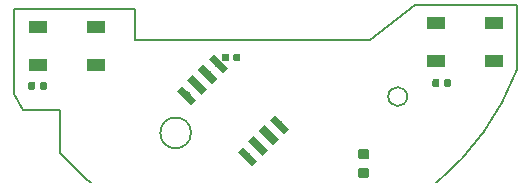
<source format=gbp>
%TF.GenerationSoftware,KiCad,Pcbnew,5.0.1-33cea8e~68~ubuntu18.04.1*%
%TF.CreationDate,2018-12-04T23:45:32+01:00*%
%TF.ProjectId,lightball,6C6967687462616C6C2E6B696361645F,rev?*%
%TF.SameCoordinates,Original*%
%TF.FileFunction,Paste,Bot*%
%TF.FilePolarity,Positive*%
%FSLAX46Y46*%
G04 Gerber Fmt 4.6, Leading zero omitted, Abs format (unit mm)*
G04 Created by KiCad (PCBNEW 5.0.1-33cea8e~68~ubuntu18.04.1) date Di 04 Dez 2018 23:45:32 CET*
%MOMM*%
%LPD*%
G01*
G04 APERTURE LIST*
%ADD10C,0.150000*%
%ADD11C,0.100000*%
%ADD12C,0.590000*%
%ADD13C,0.875000*%
%ADD14R,1.500000X1.000000*%
%ADD15C,0.650000*%
G04 APERTURE END LIST*
D10*
X73975000Y-113550000D02*
X72575000Y-113550000D01*
X73975000Y-117200000D02*
X73975000Y-113550000D01*
X112660414Y-110153935D02*
G75*
G02X73975000Y-117200000I-21460414J8103935D01*
G01*
X112675000Y-104650000D02*
X112663015Y-110154914D01*
X104050000Y-104650000D02*
X112675000Y-104650000D01*
X100250000Y-107650000D02*
X104050000Y-104650000D01*
X80300000Y-107650000D02*
X100250000Y-107650000D01*
X80300000Y-105000000D02*
X80300000Y-107650000D01*
X70050000Y-105000000D02*
X80300000Y-105000000D01*
X70050000Y-112150000D02*
X70050000Y-105000000D01*
X70850000Y-113550000D02*
X70050000Y-112150000D01*
X72575000Y-113550000D02*
X70850000Y-113550000D01*
X103375000Y-112400000D02*
G75*
G03X103375000Y-112400000I-800000J0D01*
G01*
X85075000Y-115475000D02*
G75*
G03X85075000Y-115475000I-1300000J0D01*
G01*
D11*
G36*
X105976958Y-110930710D02*
X105991276Y-110932834D01*
X106005317Y-110936351D01*
X106018946Y-110941228D01*
X106032031Y-110947417D01*
X106044447Y-110954858D01*
X106056073Y-110963481D01*
X106066798Y-110973202D01*
X106076519Y-110983927D01*
X106085142Y-110995553D01*
X106092583Y-111007969D01*
X106098772Y-111021054D01*
X106103649Y-111034683D01*
X106107166Y-111048724D01*
X106109290Y-111063042D01*
X106110000Y-111077500D01*
X106110000Y-111422500D01*
X106109290Y-111436958D01*
X106107166Y-111451276D01*
X106103649Y-111465317D01*
X106098772Y-111478946D01*
X106092583Y-111492031D01*
X106085142Y-111504447D01*
X106076519Y-111516073D01*
X106066798Y-111526798D01*
X106056073Y-111536519D01*
X106044447Y-111545142D01*
X106032031Y-111552583D01*
X106018946Y-111558772D01*
X106005317Y-111563649D01*
X105991276Y-111567166D01*
X105976958Y-111569290D01*
X105962500Y-111570000D01*
X105667500Y-111570000D01*
X105653042Y-111569290D01*
X105638724Y-111567166D01*
X105624683Y-111563649D01*
X105611054Y-111558772D01*
X105597969Y-111552583D01*
X105585553Y-111545142D01*
X105573927Y-111536519D01*
X105563202Y-111526798D01*
X105553481Y-111516073D01*
X105544858Y-111504447D01*
X105537417Y-111492031D01*
X105531228Y-111478946D01*
X105526351Y-111465317D01*
X105522834Y-111451276D01*
X105520710Y-111436958D01*
X105520000Y-111422500D01*
X105520000Y-111077500D01*
X105520710Y-111063042D01*
X105522834Y-111048724D01*
X105526351Y-111034683D01*
X105531228Y-111021054D01*
X105537417Y-111007969D01*
X105544858Y-110995553D01*
X105553481Y-110983927D01*
X105563202Y-110973202D01*
X105573927Y-110963481D01*
X105585553Y-110954858D01*
X105597969Y-110947417D01*
X105611054Y-110941228D01*
X105624683Y-110936351D01*
X105638724Y-110932834D01*
X105653042Y-110930710D01*
X105667500Y-110930000D01*
X105962500Y-110930000D01*
X105976958Y-110930710D01*
X105976958Y-110930710D01*
G37*
D12*
X105815000Y-111250000D03*
D11*
G36*
X106946958Y-110930710D02*
X106961276Y-110932834D01*
X106975317Y-110936351D01*
X106988946Y-110941228D01*
X107002031Y-110947417D01*
X107014447Y-110954858D01*
X107026073Y-110963481D01*
X107036798Y-110973202D01*
X107046519Y-110983927D01*
X107055142Y-110995553D01*
X107062583Y-111007969D01*
X107068772Y-111021054D01*
X107073649Y-111034683D01*
X107077166Y-111048724D01*
X107079290Y-111063042D01*
X107080000Y-111077500D01*
X107080000Y-111422500D01*
X107079290Y-111436958D01*
X107077166Y-111451276D01*
X107073649Y-111465317D01*
X107068772Y-111478946D01*
X107062583Y-111492031D01*
X107055142Y-111504447D01*
X107046519Y-111516073D01*
X107036798Y-111526798D01*
X107026073Y-111536519D01*
X107014447Y-111545142D01*
X107002031Y-111552583D01*
X106988946Y-111558772D01*
X106975317Y-111563649D01*
X106961276Y-111567166D01*
X106946958Y-111569290D01*
X106932500Y-111570000D01*
X106637500Y-111570000D01*
X106623042Y-111569290D01*
X106608724Y-111567166D01*
X106594683Y-111563649D01*
X106581054Y-111558772D01*
X106567969Y-111552583D01*
X106555553Y-111545142D01*
X106543927Y-111536519D01*
X106533202Y-111526798D01*
X106523481Y-111516073D01*
X106514858Y-111504447D01*
X106507417Y-111492031D01*
X106501228Y-111478946D01*
X106496351Y-111465317D01*
X106492834Y-111451276D01*
X106490710Y-111436958D01*
X106490000Y-111422500D01*
X106490000Y-111077500D01*
X106490710Y-111063042D01*
X106492834Y-111048724D01*
X106496351Y-111034683D01*
X106501228Y-111021054D01*
X106507417Y-111007969D01*
X106514858Y-110995553D01*
X106523481Y-110983927D01*
X106533202Y-110973202D01*
X106543927Y-110963481D01*
X106555553Y-110954858D01*
X106567969Y-110947417D01*
X106581054Y-110941228D01*
X106594683Y-110936351D01*
X106608724Y-110932834D01*
X106623042Y-110930710D01*
X106637500Y-110930000D01*
X106932500Y-110930000D01*
X106946958Y-110930710D01*
X106946958Y-110930710D01*
G37*
D12*
X106785000Y-111250000D03*
D11*
G36*
X99967611Y-118425493D02*
X99988846Y-118428643D01*
X100009670Y-118433859D01*
X100029882Y-118441091D01*
X100049288Y-118450270D01*
X100067701Y-118461306D01*
X100084944Y-118474094D01*
X100100850Y-118488510D01*
X100115266Y-118504416D01*
X100128054Y-118521659D01*
X100139090Y-118540072D01*
X100148269Y-118559478D01*
X100155501Y-118579690D01*
X100160717Y-118600514D01*
X100163867Y-118621749D01*
X100164920Y-118643190D01*
X100164920Y-119080690D01*
X100163867Y-119102131D01*
X100160717Y-119123366D01*
X100155501Y-119144190D01*
X100148269Y-119164402D01*
X100139090Y-119183808D01*
X100128054Y-119202221D01*
X100115266Y-119219464D01*
X100100850Y-119235370D01*
X100084944Y-119249786D01*
X100067701Y-119262574D01*
X100049288Y-119273610D01*
X100029882Y-119282789D01*
X100009670Y-119290021D01*
X99988846Y-119295237D01*
X99967611Y-119298387D01*
X99946170Y-119299440D01*
X99433670Y-119299440D01*
X99412229Y-119298387D01*
X99390994Y-119295237D01*
X99370170Y-119290021D01*
X99349958Y-119282789D01*
X99330552Y-119273610D01*
X99312139Y-119262574D01*
X99294896Y-119249786D01*
X99278990Y-119235370D01*
X99264574Y-119219464D01*
X99251786Y-119202221D01*
X99240750Y-119183808D01*
X99231571Y-119164402D01*
X99224339Y-119144190D01*
X99219123Y-119123366D01*
X99215973Y-119102131D01*
X99214920Y-119080690D01*
X99214920Y-118643190D01*
X99215973Y-118621749D01*
X99219123Y-118600514D01*
X99224339Y-118579690D01*
X99231571Y-118559478D01*
X99240750Y-118540072D01*
X99251786Y-118521659D01*
X99264574Y-118504416D01*
X99278990Y-118488510D01*
X99294896Y-118474094D01*
X99312139Y-118461306D01*
X99330552Y-118450270D01*
X99349958Y-118441091D01*
X99370170Y-118433859D01*
X99390994Y-118428643D01*
X99412229Y-118425493D01*
X99433670Y-118424440D01*
X99946170Y-118424440D01*
X99967611Y-118425493D01*
X99967611Y-118425493D01*
G37*
D13*
X99689920Y-118861940D03*
D11*
G36*
X99967611Y-116850493D02*
X99988846Y-116853643D01*
X100009670Y-116858859D01*
X100029882Y-116866091D01*
X100049288Y-116875270D01*
X100067701Y-116886306D01*
X100084944Y-116899094D01*
X100100850Y-116913510D01*
X100115266Y-116929416D01*
X100128054Y-116946659D01*
X100139090Y-116965072D01*
X100148269Y-116984478D01*
X100155501Y-117004690D01*
X100160717Y-117025514D01*
X100163867Y-117046749D01*
X100164920Y-117068190D01*
X100164920Y-117505690D01*
X100163867Y-117527131D01*
X100160717Y-117548366D01*
X100155501Y-117569190D01*
X100148269Y-117589402D01*
X100139090Y-117608808D01*
X100128054Y-117627221D01*
X100115266Y-117644464D01*
X100100850Y-117660370D01*
X100084944Y-117674786D01*
X100067701Y-117687574D01*
X100049288Y-117698610D01*
X100029882Y-117707789D01*
X100009670Y-117715021D01*
X99988846Y-117720237D01*
X99967611Y-117723387D01*
X99946170Y-117724440D01*
X99433670Y-117724440D01*
X99412229Y-117723387D01*
X99390994Y-117720237D01*
X99370170Y-117715021D01*
X99349958Y-117707789D01*
X99330552Y-117698610D01*
X99312139Y-117687574D01*
X99294896Y-117674786D01*
X99278990Y-117660370D01*
X99264574Y-117644464D01*
X99251786Y-117627221D01*
X99240750Y-117608808D01*
X99231571Y-117589402D01*
X99224339Y-117569190D01*
X99219123Y-117548366D01*
X99215973Y-117527131D01*
X99214920Y-117505690D01*
X99214920Y-117068190D01*
X99215973Y-117046749D01*
X99219123Y-117025514D01*
X99224339Y-117004690D01*
X99231571Y-116984478D01*
X99240750Y-116965072D01*
X99251786Y-116946659D01*
X99264574Y-116929416D01*
X99278990Y-116913510D01*
X99294896Y-116899094D01*
X99312139Y-116886306D01*
X99330552Y-116875270D01*
X99349958Y-116866091D01*
X99370170Y-116858859D01*
X99390994Y-116853643D01*
X99412229Y-116850493D01*
X99433670Y-116849440D01*
X99946170Y-116849440D01*
X99967611Y-116850493D01*
X99967611Y-116850493D01*
G37*
D13*
X99689920Y-117286940D03*
D11*
G36*
X88160398Y-108758470D02*
X88174716Y-108760594D01*
X88188757Y-108764111D01*
X88202386Y-108768988D01*
X88215471Y-108775177D01*
X88227887Y-108782618D01*
X88239513Y-108791241D01*
X88250238Y-108800962D01*
X88259959Y-108811687D01*
X88268582Y-108823313D01*
X88276023Y-108835729D01*
X88282212Y-108848814D01*
X88287089Y-108862443D01*
X88290606Y-108876484D01*
X88292730Y-108890802D01*
X88293440Y-108905260D01*
X88293440Y-109250260D01*
X88292730Y-109264718D01*
X88290606Y-109279036D01*
X88287089Y-109293077D01*
X88282212Y-109306706D01*
X88276023Y-109319791D01*
X88268582Y-109332207D01*
X88259959Y-109343833D01*
X88250238Y-109354558D01*
X88239513Y-109364279D01*
X88227887Y-109372902D01*
X88215471Y-109380343D01*
X88202386Y-109386532D01*
X88188757Y-109391409D01*
X88174716Y-109394926D01*
X88160398Y-109397050D01*
X88145940Y-109397760D01*
X87850940Y-109397760D01*
X87836482Y-109397050D01*
X87822164Y-109394926D01*
X87808123Y-109391409D01*
X87794494Y-109386532D01*
X87781409Y-109380343D01*
X87768993Y-109372902D01*
X87757367Y-109364279D01*
X87746642Y-109354558D01*
X87736921Y-109343833D01*
X87728298Y-109332207D01*
X87720857Y-109319791D01*
X87714668Y-109306706D01*
X87709791Y-109293077D01*
X87706274Y-109279036D01*
X87704150Y-109264718D01*
X87703440Y-109250260D01*
X87703440Y-108905260D01*
X87704150Y-108890802D01*
X87706274Y-108876484D01*
X87709791Y-108862443D01*
X87714668Y-108848814D01*
X87720857Y-108835729D01*
X87728298Y-108823313D01*
X87736921Y-108811687D01*
X87746642Y-108800962D01*
X87757367Y-108791241D01*
X87768993Y-108782618D01*
X87781409Y-108775177D01*
X87794494Y-108768988D01*
X87808123Y-108764111D01*
X87822164Y-108760594D01*
X87836482Y-108758470D01*
X87850940Y-108757760D01*
X88145940Y-108757760D01*
X88160398Y-108758470D01*
X88160398Y-108758470D01*
G37*
D12*
X87998440Y-109077760D03*
D11*
G36*
X89130398Y-108758470D02*
X89144716Y-108760594D01*
X89158757Y-108764111D01*
X89172386Y-108768988D01*
X89185471Y-108775177D01*
X89197887Y-108782618D01*
X89209513Y-108791241D01*
X89220238Y-108800962D01*
X89229959Y-108811687D01*
X89238582Y-108823313D01*
X89246023Y-108835729D01*
X89252212Y-108848814D01*
X89257089Y-108862443D01*
X89260606Y-108876484D01*
X89262730Y-108890802D01*
X89263440Y-108905260D01*
X89263440Y-109250260D01*
X89262730Y-109264718D01*
X89260606Y-109279036D01*
X89257089Y-109293077D01*
X89252212Y-109306706D01*
X89246023Y-109319791D01*
X89238582Y-109332207D01*
X89229959Y-109343833D01*
X89220238Y-109354558D01*
X89209513Y-109364279D01*
X89197887Y-109372902D01*
X89185471Y-109380343D01*
X89172386Y-109386532D01*
X89158757Y-109391409D01*
X89144716Y-109394926D01*
X89130398Y-109397050D01*
X89115940Y-109397760D01*
X88820940Y-109397760D01*
X88806482Y-109397050D01*
X88792164Y-109394926D01*
X88778123Y-109391409D01*
X88764494Y-109386532D01*
X88751409Y-109380343D01*
X88738993Y-109372902D01*
X88727367Y-109364279D01*
X88716642Y-109354558D01*
X88706921Y-109343833D01*
X88698298Y-109332207D01*
X88690857Y-109319791D01*
X88684668Y-109306706D01*
X88679791Y-109293077D01*
X88676274Y-109279036D01*
X88674150Y-109264718D01*
X88673440Y-109250260D01*
X88673440Y-108905260D01*
X88674150Y-108890802D01*
X88676274Y-108876484D01*
X88679791Y-108862443D01*
X88684668Y-108848814D01*
X88690857Y-108835729D01*
X88698298Y-108823313D01*
X88706921Y-108811687D01*
X88716642Y-108800962D01*
X88727367Y-108791241D01*
X88738993Y-108782618D01*
X88751409Y-108775177D01*
X88764494Y-108768988D01*
X88778123Y-108764111D01*
X88792164Y-108760594D01*
X88806482Y-108758470D01*
X88820940Y-108757760D01*
X89115940Y-108757760D01*
X89130398Y-108758470D01*
X89130398Y-108758470D01*
G37*
D12*
X88968440Y-109077760D03*
D11*
G36*
X72731958Y-111180710D02*
X72746276Y-111182834D01*
X72760317Y-111186351D01*
X72773946Y-111191228D01*
X72787031Y-111197417D01*
X72799447Y-111204858D01*
X72811073Y-111213481D01*
X72821798Y-111223202D01*
X72831519Y-111233927D01*
X72840142Y-111245553D01*
X72847583Y-111257969D01*
X72853772Y-111271054D01*
X72858649Y-111284683D01*
X72862166Y-111298724D01*
X72864290Y-111313042D01*
X72865000Y-111327500D01*
X72865000Y-111672500D01*
X72864290Y-111686958D01*
X72862166Y-111701276D01*
X72858649Y-111715317D01*
X72853772Y-111728946D01*
X72847583Y-111742031D01*
X72840142Y-111754447D01*
X72831519Y-111766073D01*
X72821798Y-111776798D01*
X72811073Y-111786519D01*
X72799447Y-111795142D01*
X72787031Y-111802583D01*
X72773946Y-111808772D01*
X72760317Y-111813649D01*
X72746276Y-111817166D01*
X72731958Y-111819290D01*
X72717500Y-111820000D01*
X72422500Y-111820000D01*
X72408042Y-111819290D01*
X72393724Y-111817166D01*
X72379683Y-111813649D01*
X72366054Y-111808772D01*
X72352969Y-111802583D01*
X72340553Y-111795142D01*
X72328927Y-111786519D01*
X72318202Y-111776798D01*
X72308481Y-111766073D01*
X72299858Y-111754447D01*
X72292417Y-111742031D01*
X72286228Y-111728946D01*
X72281351Y-111715317D01*
X72277834Y-111701276D01*
X72275710Y-111686958D01*
X72275000Y-111672500D01*
X72275000Y-111327500D01*
X72275710Y-111313042D01*
X72277834Y-111298724D01*
X72281351Y-111284683D01*
X72286228Y-111271054D01*
X72292417Y-111257969D01*
X72299858Y-111245553D01*
X72308481Y-111233927D01*
X72318202Y-111223202D01*
X72328927Y-111213481D01*
X72340553Y-111204858D01*
X72352969Y-111197417D01*
X72366054Y-111191228D01*
X72379683Y-111186351D01*
X72393724Y-111182834D01*
X72408042Y-111180710D01*
X72422500Y-111180000D01*
X72717500Y-111180000D01*
X72731958Y-111180710D01*
X72731958Y-111180710D01*
G37*
D12*
X72570000Y-111500000D03*
D11*
G36*
X71761958Y-111180710D02*
X71776276Y-111182834D01*
X71790317Y-111186351D01*
X71803946Y-111191228D01*
X71817031Y-111197417D01*
X71829447Y-111204858D01*
X71841073Y-111213481D01*
X71851798Y-111223202D01*
X71861519Y-111233927D01*
X71870142Y-111245553D01*
X71877583Y-111257969D01*
X71883772Y-111271054D01*
X71888649Y-111284683D01*
X71892166Y-111298724D01*
X71894290Y-111313042D01*
X71895000Y-111327500D01*
X71895000Y-111672500D01*
X71894290Y-111686958D01*
X71892166Y-111701276D01*
X71888649Y-111715317D01*
X71883772Y-111728946D01*
X71877583Y-111742031D01*
X71870142Y-111754447D01*
X71861519Y-111766073D01*
X71851798Y-111776798D01*
X71841073Y-111786519D01*
X71829447Y-111795142D01*
X71817031Y-111802583D01*
X71803946Y-111808772D01*
X71790317Y-111813649D01*
X71776276Y-111817166D01*
X71761958Y-111819290D01*
X71747500Y-111820000D01*
X71452500Y-111820000D01*
X71438042Y-111819290D01*
X71423724Y-111817166D01*
X71409683Y-111813649D01*
X71396054Y-111808772D01*
X71382969Y-111802583D01*
X71370553Y-111795142D01*
X71358927Y-111786519D01*
X71348202Y-111776798D01*
X71338481Y-111766073D01*
X71329858Y-111754447D01*
X71322417Y-111742031D01*
X71316228Y-111728946D01*
X71311351Y-111715317D01*
X71307834Y-111701276D01*
X71305710Y-111686958D01*
X71305000Y-111672500D01*
X71305000Y-111327500D01*
X71305710Y-111313042D01*
X71307834Y-111298724D01*
X71311351Y-111284683D01*
X71316228Y-111271054D01*
X71322417Y-111257969D01*
X71329858Y-111245553D01*
X71338481Y-111233927D01*
X71348202Y-111223202D01*
X71358927Y-111213481D01*
X71370553Y-111204858D01*
X71382969Y-111197417D01*
X71396054Y-111191228D01*
X71409683Y-111186351D01*
X71423724Y-111182834D01*
X71438042Y-111180710D01*
X71452500Y-111180000D01*
X71747500Y-111180000D01*
X71761958Y-111180710D01*
X71761958Y-111180710D01*
G37*
D12*
X71600000Y-111500000D03*
D14*
X72150000Y-109749930D03*
X72150000Y-106549930D03*
X77050000Y-109749930D03*
X77050000Y-106549930D03*
X105800000Y-109400000D03*
X105800000Y-106200000D03*
X110700000Y-109400000D03*
X110700000Y-106200000D03*
D15*
X92553658Y-114766821D03*
D11*
G36*
X93384508Y-115138052D02*
X92924889Y-115597671D01*
X91722808Y-114395590D01*
X92182427Y-113935971D01*
X93384508Y-115138052D01*
X93384508Y-115138052D01*
G37*
D15*
X91655633Y-115664847D03*
D11*
G36*
X92486483Y-116036078D02*
X92026864Y-116495697D01*
X90824783Y-115293616D01*
X91284402Y-114833997D01*
X92486483Y-116036078D01*
X92486483Y-116036078D01*
G37*
D15*
X90757607Y-116562873D03*
D11*
G36*
X91588457Y-116934104D02*
X91128838Y-117393723D01*
X89926757Y-116191642D01*
X90386376Y-115732023D01*
X91588457Y-116934104D01*
X91588457Y-116934104D01*
G37*
D15*
X89859581Y-117460898D03*
D11*
G36*
X90690431Y-117832129D02*
X90230812Y-118291748D01*
X89028731Y-117089667D01*
X89488350Y-116630048D01*
X90690431Y-117832129D01*
X90690431Y-117832129D01*
G37*
D15*
X84697702Y-112299019D03*
D11*
G36*
X85528552Y-112670250D02*
X85068933Y-113129869D01*
X83866852Y-111927788D01*
X84326471Y-111468169D01*
X85528552Y-112670250D01*
X85528552Y-112670250D01*
G37*
D15*
X85595727Y-111400993D03*
D11*
G36*
X86426577Y-111772224D02*
X85966958Y-112231843D01*
X84764877Y-111029762D01*
X85224496Y-110570143D01*
X86426577Y-111772224D01*
X86426577Y-111772224D01*
G37*
D15*
X86493753Y-110502967D03*
D11*
G36*
X87324603Y-110874198D02*
X86864984Y-111333817D01*
X85662903Y-110131736D01*
X86122522Y-109672117D01*
X87324603Y-110874198D01*
X87324603Y-110874198D01*
G37*
D15*
X87391779Y-109604942D03*
D11*
G36*
X88222629Y-109976173D02*
X87763010Y-110435792D01*
X86560929Y-109233711D01*
X87020548Y-108774092D01*
X88222629Y-109976173D01*
X88222629Y-109976173D01*
G37*
M02*

</source>
